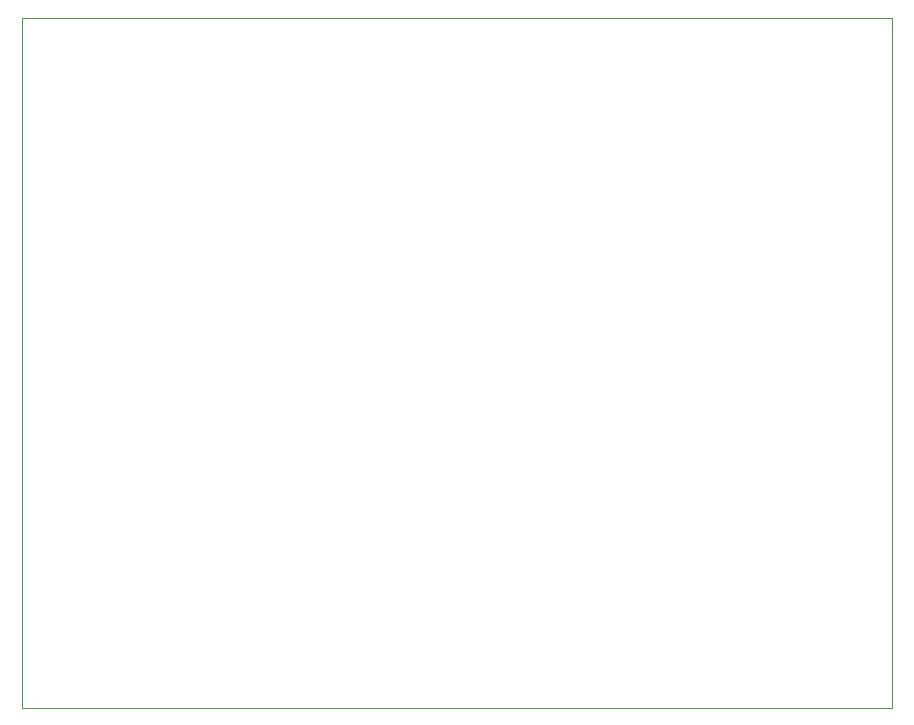
<source format=gbo>
G75*
G70*
%OFA0B0*%
%FSLAX24Y24*%
%IPPOS*%
%LPD*%
%AMOC8*
5,1,8,0,0,1.08239X$1,22.5*
%
%ADD10C,0.0010*%
D10*
X000105Y000105D02*
X000105Y023105D01*
X029105Y023105D01*
X029105Y000105D01*
X000105Y000105D01*
M02*

</source>
